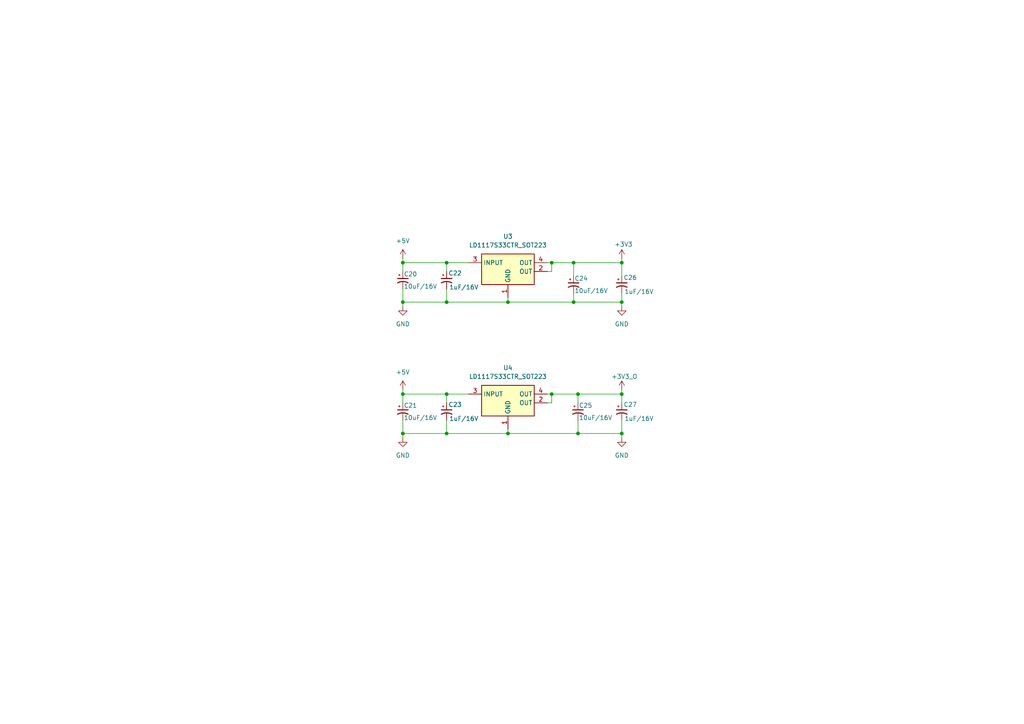
<source format=kicad_sch>
(kicad_sch (version 20231120) (generator "eeschema") (generator_version "8.0")
  (paper "A4")
  (lib_symbols
    (symbol "charge_battery_sym_lib:Cap_Tantalum_10uF_16V" (pin_numbers hide) (pin_names (offset 1.016) hide)
      (property "Reference" "C" (at 0 3.81 0))
      (property "Value" "10uF/16V" (at 0 -5.08 0))
      (symbol "Cap_Tantalum_10uF_16V_0_1"
        (polyline (pts (xy 1.016 -1.27) (xy 1.016 -0.762)))
        (polyline (pts (xy 1.27 -1.016) (xy 0.762 -1.016)))
        (polyline (pts (xy 2.032 -1.524) (xy 2.032 1.524)) (stroke (width 0.3048)))
        (arc (start 3.302 1.524) (mid 2.9134 0) (end 3.302 -1.524) (stroke (width 0.3048)))
      )
      (symbol "Cap_Tantalum_10uF_16V_1_1"
        (pin passive line (at 0 0 0) (length 2.032) (name "~") (number "1"))
        (pin passive line (at 5.08 0 180) (length 2.032) (name "~") (number "2"))
      )
    )
    (symbol "charge_battery_sym_lib:Cap_Tantalum_1uF_16V" (pin_numbers hide) (pin_names (offset 1.016) hide)
      (property "Reference" "C" (at 0 3.81 0))
      (property "Value" "1uF/16V" (at 0 -5.08 0))
      (symbol "Cap_Tantalum_1uF_16V_0_1"
        (polyline (pts (xy 1.016 -1.27) (xy 1.016 -0.762)))
        (polyline (pts (xy 1.27 -1.016) (xy 0.762 -1.016)))
        (polyline (pts (xy 2.032 -1.524) (xy 2.032 1.524)) (stroke (width 0.3048)))
        (arc (start 3.302 1.524) (mid 2.9134 0) (end 3.302 -1.524) (stroke (width 0.3048)))
      )
      (symbol "Cap_Tantalum_1uF_16V_1_1"
        (pin passive line (at 0 0 0) (length 2.032) (name "~") (number "1"))
        (pin passive line (at 5.08 0 180) (length 2.032) (name "~") (number "2"))
      )
    )
    (symbol "charge_battery_sym_lib:LD1117S33CTR_SOT223"
      (property "Reference" "U" (at 1.524 9.906 0))
      (property "Value" "LD1117S33CTR_SOT223" (at 10.16 -1.778 0))
      (symbol "LD1117S33CTR_SOT223_1_1"
        (rectangle (start 0 8.89) (end 15.24 0) (stroke (width 0.254)) (fill (type background)))
        (pin power_in line (at 7.62 -3.81 90) (length 3.81) (name "GND") (number "1"))
        (pin power_in line (at 19.05 3.81 180) (length 3.81) (name "OUT") (number "2"))
        (pin power_in line (at -3.81 6.35 0) (length 3.81) (name "INPUT") (number "3"))
        (pin power_in line (at 19.05 6.35 180) (length 3.81) (name "OUT") (number "4"))
      )
    )
    (symbol "power:+3V3" (power) (pin_numbers hide) (pin_names (offset 0) hide)
      (property "Value" "+3V3" (at 0 3.556 0))
      (symbol "+3V3_0_1"
        (polyline (pts (xy -0.762 1.27) (xy 0 2.54)))
        (polyline (pts (xy 0 0) (xy 0 2.54)))
        (polyline (pts (xy 0 2.54) (xy 0.762 1.27)))
      )
      (symbol "+3V3_1_1"
        (pin power_in line (at 0 0 90) (length 0) (name "~") (number "1"))
      )
    )
    (symbol "power:+5V" (power) (pin_numbers hide) (pin_names (offset 0) hide)
      (property "Value" "+5V" (at 0 3.556 0))
      (symbol "+5V_0_1"
        (polyline (pts (xy -0.762 1.27) (xy 0 2.54)))
        (polyline (pts (xy 0 0) (xy 0 2.54)))
        (polyline (pts (xy 0 2.54) (xy 0.762 1.27)))
      )
      (symbol "+5V_1_1"
        (pin power_in line (at 0 0 90) (length 0) (name "~") (number "1"))
      )
    )
    (symbol "power:GND" (power) (pin_numbers hide) (pin_names (offset 0) hide)
      (property "Value" "GND" (at 0 -3.81 0))
      (symbol "GND_0_1"
        (polyline (pts (xy 0 0) (xy 0 -1.27) (xy 1.27 -1.27) (xy 0 -2.54) (xy -1.27 -1.27) (xy 0 -1.27)))
      )
      (symbol "GND_1_1"
        (pin power_in line (at 0 0 270) (length 0) (name "~") (number "1"))
      )
    )
  )
  (junction (at 116.84 76.2))
  (junction (at 167.64 114.3))
  (junction (at 129.54 125.73))
  (junction (at 116.84 114.3))
  (junction (at 147.32 87.63))
  (junction (at 180.34 87.63))
  (junction (at 180.34 76.2))
  (junction (at 116.84 125.73))
  (junction (at 116.84 87.63))
  (junction (at 129.54 76.2))
  (junction (at 180.34 114.3))
  (junction (at 166.37 87.63))
  (junction (at 129.54 87.63))
  (junction (at 160.02 114.3))
  (junction (at 167.64 125.73))
  (junction (at 160.02 76.2))
  (junction (at 129.54 114.3))
  (junction (at 180.34 125.73))
  (junction (at 166.37 76.2))
  (junction (at 147.32 125.73))
  (wire (pts (xy 116.84 78.74) (xy 116.84 76.2)))
  (wire (pts (xy 180.34 74.93) (xy 180.34 76.2)))
  (wire (pts (xy 167.64 125.73) (xy 147.32 125.73)))
  (wire (pts (xy 158.75 114.3) (xy 160.02 114.3)))
  (wire (pts (xy 129.54 76.2) (xy 135.89 76.2)))
  (wire (pts (xy 180.34 121.92) (xy 180.34 125.73)))
  (wire (pts (xy 160.02 114.3) (xy 167.64 114.3)))
  (wire (pts (xy 180.34 87.63) (xy 180.34 88.9)))
  (wire (pts (xy 129.54 116.84) (xy 129.54 114.3)))
  (wire (pts (xy 116.84 87.63) (xy 129.54 87.63)))
  (wire (pts (xy 129.54 114.3) (xy 135.89 114.3)))
  (wire (pts (xy 166.37 76.2) (xy 166.37 80.01)))
  (wire (pts (xy 167.64 114.3) (xy 167.64 116.84)))
  (wire (pts (xy 166.37 85.09) (xy 166.37 87.63)))
  (wire (pts (xy 116.84 114.3) (xy 129.54 114.3)))
  (wire (pts (xy 147.32 87.63) (xy 147.32 86.36)))
  (wire (pts (xy 116.84 116.84) (xy 116.84 114.3)))
  (wire (pts (xy 166.37 76.2) (xy 180.34 76.2)))
  (wire (pts (xy 129.54 83.82) (xy 129.54 87.63)))
  (wire (pts (xy 160.02 76.2) (xy 166.37 76.2)))
  (wire (pts (xy 180.34 80.01) (xy 180.34 76.2)))
  (wire (pts (xy 160.02 78.74) (xy 160.02 76.2)))
  (wire (pts (xy 116.84 125.73) (xy 116.84 127)))
  (wire (pts (xy 116.84 83.82) (xy 116.84 87.63)))
  (wire (pts (xy 166.37 87.63) (xy 180.34 87.63)))
  (wire (pts (xy 116.84 76.2) (xy 129.54 76.2)))
  (wire (pts (xy 116.84 113.03) (xy 116.84 114.3)))
  (wire (pts (xy 158.75 78.74) (xy 160.02 78.74)))
  (wire (pts (xy 116.84 121.92) (xy 116.84 125.73)))
  (wire (pts (xy 167.64 114.3) (xy 180.34 114.3)))
  (wire (pts (xy 160.02 116.84) (xy 160.02 114.3)))
  (wire (pts (xy 180.34 85.09) (xy 180.34 87.63)))
  (wire (pts (xy 180.34 125.73) (xy 167.64 125.73)))
  (wire (pts (xy 116.84 87.63) (xy 116.84 88.9)))
  (wire (pts (xy 167.64 121.92) (xy 167.64 125.73)))
  (wire (pts (xy 180.34 113.03) (xy 180.34 114.3)))
  (wire (pts (xy 158.75 116.84) (xy 160.02 116.84)))
  (wire (pts (xy 180.34 125.73) (xy 180.34 127)))
  (wire (pts (xy 116.84 125.73) (xy 129.54 125.73)))
  (wire (pts (xy 129.54 121.92) (xy 129.54 125.73)))
  (wire (pts (xy 180.34 116.84) (xy 180.34 114.3)))
  (wire (pts (xy 129.54 78.74) (xy 129.54 76.2)))
  (wire (pts (xy 129.54 125.73) (xy 147.32 125.73)))
  (wire (pts (xy 129.54 87.63) (xy 147.32 87.63)))
  (wire (pts (xy 116.84 74.93) (xy 116.84 76.2)))
  (wire (pts (xy 147.32 125.73) (xy 147.32 124.46)))
  (wire (pts (xy 166.37 87.63) (xy 147.32 87.63)))
  (wire (pts (xy 158.75 76.2) (xy 160.02 76.2)))
  (symbol (lib_id "power:+5V") (at 116.84 113.03 0) (unit 1)
    (property "Reference" "#PWR026" (effects (hide yes)))
    (property "Value" "+5V" (at 116.84 107.95 0))
    (property "Description" "Power symbol creates a global label with name \"+5V\"" (effects (hide yes)))
  )
  (symbol (lib_id "charge_battery_sym_lib:Cap_Tantalum_10uF_16V") (at 116.84 116.84 270) (unit 1)
    (property "Reference" "C21" (at 117.094 117.602 90) (effects (justify left)))
    (property "Value" "10uF/16V" (at 117.094 121.158 90) (effects (justify left)))
    (property "Footprint" "charge_battery_footprint_lib:Tan_Cap_A" (effects (hide yes)))
    (property "Description" "TAJA105K016RNJ" (effects (hide yes)))
    (property "Supply name" "Thegioiic" (effects (hide yes)))
    (property "Supply part number" "Tụ Tantalum 10uF 16V 2312 TAJC106K016RNJ" (effects (hide yes)))
    (property "Supply URL" "https://www.thegioiic.com/tu-tantalum-10uf-16v-2312-tajc106k016rnj" (effects (hide yes)))
  )
  (symbol (lib_id "charge_battery_sym_lib:LD1117S33CTR_SOT223") (at 139.7 82.55 0) (unit 1)
    (property "Reference" "U3" (at 147.32 68.58 0))
    (property "Value" "LD1117S33CTR_SOT223" (at 147.32 71.12 0))
    (property "Footprint" "charge_battery_footprint_lib:SOT-223" (effects (hide yes)))
    (property "Datasheet" "https://www.st.com/content/ccc/resource/technical/document/datasheet/99/3b/7d/91/91/51/4b/be/CD00000544.pdf/files/CD00000544.pdf/jcr:content/translations/en.CD00000544.pdf" (effects (hide yes)))
    (property "Description" "800mA Fixed Low Drop Positive Voltage Regulator, Fixed Output 3.3V, SOT-223" (effects (hide yes)))
    (property "Supply name" "Thegioiic" (effects (hide yes)))
    (property "Supply part number" "LD1117S33CTR IC Ổn Áp 3.3V 800mA SOT-223" (effects (hide yes)))
    (property "Supply URL" "https://www.thegioiic.com/ld1117s33ctr-ic-on-ap-3-3v-800ma-sot-223" (effects (hide yes)))
  )
  (symbol (lib_id "charge_battery_sym_lib:Cap_Tantalum_10uF_16V") (at 116.84 78.74 270) (unit 1)
    (property "Reference" "C20" (at 117.094 79.502 90) (effects (justify left)))
    (property "Value" "10uF/16V" (at 117.094 83.058 90) (effects (justify left)))
    (property "Footprint" "charge_battery_footprint_lib:Tan_Cap_A" (effects (hide yes)))
    (property "Description" "TAJA105K016RNJ" (effects (hide yes)))
    (property "Supply name" "Thegioiic" (effects (hide yes)))
    (property "Supply part number" "Tụ Tantalum 10uF 16V 2312 TAJC106K016RNJ" (effects (hide yes)))
    (property "Supply URL" "https://www.thegioiic.com/tu-tantalum-10uf-16v-2312-tajc106k016rnj" (effects (hide yes)))
  )
  (symbol (lib_id "power:+3V3") (at 180.34 113.03 0) (unit 1)
    (property "Reference" "#PWR030" (effects (hide yes)))
    (property "Value" "+3V3_O" (at 181.102 109.22 0))
    (property "Description" "Power symbol creates a global label with name \"+3V3\"" (effects (hide yes)))
  )
  (symbol (lib_id "power:+5V") (at 116.84 74.93 0) (unit 1)
    (property "Reference" "#PWR024" (effects (hide yes)))
    (property "Value" "+5V" (at 116.84 69.85 0))
    (property "Description" "Power symbol creates a global label with name \"+5V\"" (effects (hide yes)))
  )
  (symbol (lib_id "charge_battery_sym_lib:Cap_Tantalum_1uF_16V") (at 129.54 78.74 270) (unit 1)
    (property "Reference" "C22" (at 130.048 79.248 90) (effects (justify left)))
    (property "Value" "1uF/16V" (at 130.302 83.312 90) (effects (justify left)))
    (property "Footprint" "charge_battery_footprint_lib:Tan_Cap_A" (effects (hide yes)))
    (property "Description" "TAJA105K016RNJ" (effects (hide yes)))
    (property "Supply name" "Thegioiic" (effects (hide yes)))
    (property "Supply part number" "Tụ Tantalum 1uF 16V 1206 TAJA105K016RNJ" (effects (hide yes)))
    (property "Supply URL" "https://www.thegioiic.com/tu-tantalum-1uf-16v-1206-taja105k016rnj" (effects (hide yes)))
  )
  (symbol (lib_id "charge_battery_sym_lib:Cap_Tantalum_10uF_16V") (at 167.64 116.84 270) (unit 1)
    (property "Reference" "C25" (at 167.894 117.602 90) (effects (justify left)))
    (property "Value" "10uF/16V" (at 167.894 121.158 90) (effects (justify left)))
    (property "Footprint" "charge_battery_footprint_lib:Tan_Cap_A" (effects (hide yes)))
    (property "Description" "TAJA105K016RNJ" (effects (hide yes)))
    (property "Supply name" "Thegioiic" (effects (hide yes)))
    (property "Supply part number" "Tụ Tantalum 10uF 16V 2312 TAJC106K016RNJ" (effects (hide yes)))
    (property "Supply URL" "https://www.thegioiic.com/tu-tantalum-10uf-16v-2312-tajc106k016rnj" (effects (hide yes)))
  )
  (symbol (lib_id "power:GND") (at 116.84 127 0) (unit 1)
    (property "Reference" "#PWR027" (effects (hide yes)))
    (property "Value" "GND" (at 116.84 132.08 0))
    (property "Description" "Power symbol creates a global label with name \"GND\" , ground" (effects (hide yes)))
  )
  (symbol (lib_id "charge_battery_sym_lib:Cap_Tantalum_1uF_16V") (at 180.34 80.01 270) (unit 1)
    (property "Reference" "C26" (at 180.848 80.518 90) (effects (justify left)))
    (property "Value" "1uF/16V" (at 181.102 84.582 90) (effects (justify left)))
    (property "Footprint" "charge_battery_footprint_lib:Tan_Cap_A" (effects (hide yes)))
    (property "Description" "TAJA105K016RNJ" (effects (hide yes)))
    (property "Supply name" "Thegioiic" (effects (hide yes)))
    (property "Supply part number" "Tụ Tantalum 1uF 16V 1206 TAJA105K016RNJ" (effects (hide yes)))
    (property "Supply URL" "https://www.thegioiic.com/tu-tantalum-1uf-16v-1206-taja105k016rnj" (effects (hide yes)))
  )
  (symbol (lib_id "charge_battery_sym_lib:LD1117S33CTR_SOT223") (at 139.7 120.65 0) (unit 1)
    (property "Reference" "U4" (at 147.32 106.68 0))
    (property "Value" "LD1117S33CTR_SOT223" (at 147.32 109.22 0))
    (property "Footprint" "charge_battery_footprint_lib:SOT-223" (effects (hide yes)))
    (property "Datasheet" "https://www.st.com/content/ccc/resource/technical/document/datasheet/99/3b/7d/91/91/51/4b/be/CD00000544.pdf/files/CD00000544.pdf/jcr:content/translations/en.CD00000544.pdf" (effects (hide yes)))
    (property "Description" "800mA Fixed Low Drop Positive Voltage Regulator, Fixed Output 3.3V, SOT-223" (effects (hide yes)))
    (property "Supply name" "Thegioiic" (effects (hide yes)))
    (property "Supply part number" "LD1117S33CTR IC Ổn Áp 3.3V 800mA SOT-223" (effects (hide yes)))
    (property "Supply URL" "https://www.thegioiic.com/ld1117s33ctr-ic-on-ap-3-3v-800ma-sot-223" (effects (hide yes)))
  )
  (symbol (lib_id "charge_battery_sym_lib:Cap_Tantalum_10uF_16V") (at 166.37 80.01 270) (unit 1)
    (property "Reference" "C24" (at 166.624 80.772 90) (effects (justify left)))
    (property "Value" "10uF/16V" (at 166.624 84.328 90) (effects (justify left)))
    (property "Footprint" "charge_battery_footprint_lib:Tan_Cap_A" (effects (hide yes)))
    (property "Description" "TAJA105K016RNJ" (effects (hide yes)))
    (property "Supply name" "Thegioiic" (effects (hide yes)))
    (property "Supply part number" "Tụ Tantalum 10uF 16V 2312 TAJC106K016RNJ" (effects (hide yes)))
    (property "Supply URL" "https://www.thegioiic.com/tu-tantalum-10uf-16v-2312-tajc106k016rnj" (effects (hide yes)))
  )
  (symbol (lib_id "charge_battery_sym_lib:Cap_Tantalum_1uF_16V") (at 180.34 116.84 270) (unit 1)
    (property "Reference" "C27" (at 180.848 117.348 90) (effects (justify left)))
    (property "Value" "1uF/16V" (at 181.102 121.412 90) (effects (justify left)))
    (property "Footprint" "charge_battery_footprint_lib:Tan_Cap_A" (effects (hide yes)))
    (property "Description" "TAJA105K016RNJ" (effects (hide yes)))
    (property "Supply name" "Thegioiic" (effects (hide yes)))
    (property "Supply part number" "Tụ Tantalum 1uF 16V 1206 TAJA105K016RNJ" (effects (hide yes)))
    (property "Supply URL" "https://www.thegioiic.com/tu-tantalum-1uf-16v-1206-taja105k016rnj" (effects (hide yes)))
  )
  (symbol (lib_id "power:GND") (at 116.84 88.9 0) (unit 1)
    (property "Reference" "#PWR025" (effects (hide yes)))
    (property "Value" "GND" (at 116.84 93.98 0))
    (property "Description" "Power symbol creates a global label with name \"GND\" , ground" (effects (hide yes)))
  )
  (symbol (lib_id "power:GND") (at 180.34 127 0) (unit 1)
    (property "Reference" "#PWR031" (effects (hide yes)))
    (property "Value" "GND" (at 180.34 132.08 0))
    (property "Description" "Power symbol creates a global label with name \"GND\" , ground" (effects (hide yes)))
  )
  (symbol (lib_id "power:+3V3") (at 180.34 74.93 0) (unit 1)
    (property "Reference" "#PWR028" (effects (hide yes)))
    (property "Value" "+3V3" (at 180.848 70.866 0))
    (property "Description" "Power symbol creates a global label with name \"+3V3\"" (effects (hide yes)))
  )
  (symbol (lib_id "power:GND") (at 180.34 88.9 0) (unit 1)
    (property "Reference" "#PWR029" (effects (hide yes)))
    (property "Value" "GND" (at 180.34 93.98 0))
    (property "Description" "Power symbol creates a global label with name \"GND\" , ground" (effects (hide yes)))
  )
  (symbol (lib_id "charge_battery_sym_lib:Cap_Tantalum_1uF_16V") (at 129.54 116.84 270) (unit 1)
    (property "Reference" "C23" (at 130.048 117.348 90) (effects (justify left)))
    (property "Value" "1uF/16V" (at 130.302 121.412 90) (effects (justify left)))
    (property "Footprint" "charge_battery_footprint_lib:Tan_Cap_A" (effects (hide yes)))
    (property "Description" "TAJA105K016RNJ" (effects (hide yes)))
    (property "Supply name" "Thegioiic" (effects (hide yes)))
    (property "Supply part number" "Tụ Tantalum 1uF 16V 1206 TAJA105K016RNJ" (effects (hide yes)))
    (property "Supply URL" "https://www.thegioiic.com/tu-tantalum-1uf-16v-1206-taja105k016rnj" (effects (hide yes)))
  )
)
</source>
